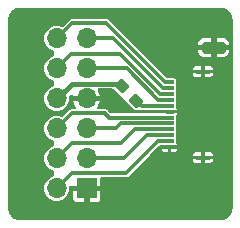
<source format=gbr>
%TF.GenerationSoftware,KiCad,Pcbnew,8.0.6*%
%TF.CreationDate,2024-12-02T22:07:59+01:00*%
%TF.ProjectId,daughter_board,64617567-6874-4657-925f-626f6172642e,rev?*%
%TF.SameCoordinates,Original*%
%TF.FileFunction,Copper,L1,Top*%
%TF.FilePolarity,Positive*%
%FSLAX46Y46*%
G04 Gerber Fmt 4.6, Leading zero omitted, Abs format (unit mm)*
G04 Created by KiCad (PCBNEW 8.0.6) date 2024-12-02 22:07:59*
%MOMM*%
%LPD*%
G01*
G04 APERTURE LIST*
G04 Aperture macros list*
%AMRoundRect*
0 Rectangle with rounded corners*
0 $1 Rounding radius*
0 $2 $3 $4 $5 $6 $7 $8 $9 X,Y pos of 4 corners*
0 Add a 4 corners polygon primitive as box body*
4,1,4,$2,$3,$4,$5,$6,$7,$8,$9,$2,$3,0*
0 Add four circle primitives for the rounded corners*
1,1,$1+$1,$2,$3*
1,1,$1+$1,$4,$5*
1,1,$1+$1,$6,$7*
1,1,$1+$1,$8,$9*
0 Add four rect primitives between the rounded corners*
20,1,$1+$1,$2,$3,$4,$5,0*
20,1,$1+$1,$4,$5,$6,$7,0*
20,1,$1+$1,$6,$7,$8,$9,0*
20,1,$1+$1,$8,$9,$2,$3,0*%
G04 Aperture macros list end*
%TA.AperFunction,SMDPad,CuDef*%
%ADD10RoundRect,0.237500X-0.371231X0.035355X0.035355X-0.371231X0.371231X-0.035355X-0.035355X0.371231X0*%
%TD*%
%TA.AperFunction,SMDPad,CuDef*%
%ADD11RoundRect,0.250000X-0.750000X0.250000X-0.750000X-0.250000X0.750000X-0.250000X0.750000X0.250000X0*%
%TD*%
%TA.AperFunction,SMDPad,CuDef*%
%ADD12R,0.650013X0.300000*%
%TD*%
%TA.AperFunction,SMDPad,CuDef*%
%ADD13R,1.150013X0.300000*%
%TD*%
%TA.AperFunction,ComponentPad*%
%ADD14R,1.700000X1.700000*%
%TD*%
%TA.AperFunction,ComponentPad*%
%ADD15O,1.700000X1.700000*%
%TD*%
%TA.AperFunction,ViaPad*%
%ADD16C,0.700000*%
%TD*%
%TA.AperFunction,Conductor*%
%ADD17C,0.299000*%
%TD*%
%TA.AperFunction,Conductor*%
%ADD18C,0.400000*%
%TD*%
G04 APERTURE END LIST*
D10*
%TO.P,FB1,1*%
%TO.N,+3.3V*%
X167147645Y-54819712D03*
%TO.P,FB1,2*%
%TO.N,+3.3VA*%
X168385081Y-56057148D03*
%TD*%
D11*
%TO.P,REF\u002A\u002A,1*%
%TO.N,GND*%
X174910107Y-51568902D03*
%TD*%
D12*
%TO.P,J1,1,1*%
%TO.N,/SELECT3*%
X171194954Y-54494921D03*
%TO.P,J1,2,2*%
%TO.N,/SELECT2*%
X171194954Y-54995049D03*
%TO.P,J1,3,3*%
%TO.N,/SELECT1*%
X171194954Y-55494921D03*
%TO.P,J1,4,4*%
%TO.N,/SELECT0*%
X171194954Y-55995049D03*
%TO.P,J1,5,5*%
%TO.N,+3.3VA*%
X171194954Y-56494921D03*
%TO.P,J1,6,6*%
%TO.N,GND*%
X171194955Y-56995049D03*
%TO.P,J1,7,7*%
%TO.N,/ADC4*%
X171194955Y-57494921D03*
%TO.P,J1,8,8*%
%TO.N,/ADC3*%
X171194954Y-57995049D03*
%TO.P,J1,9,9*%
%TO.N,/ADC2*%
X171194954Y-58494921D03*
%TO.P,J1,10,10*%
%TO.N,/ADC1*%
X171194954Y-58995049D03*
%TO.P,J1,11,11*%
%TO.N,/ADC0*%
X171194954Y-59494921D03*
%TO.P,J1,12,12*%
%TO.N,GND*%
X171194954Y-59995049D03*
D13*
%TO.P,J1,13,13*%
X174004962Y-60879986D03*
%TO.P,J1,14,14*%
X174004962Y-53609984D03*
%TD*%
D14*
%TO.P,J2,1,Pin_1*%
%TO.N,GND*%
X164167208Y-63499952D03*
D15*
%TO.P,J2,2,Pin_2*%
%TO.N,/ADC0*%
X161627208Y-63499952D03*
%TO.P,J2,3,Pin_3*%
%TO.N,/ADC1*%
X164167208Y-60959952D03*
%TO.P,J2,4,Pin_4*%
%TO.N,/ADC2*%
X161627208Y-60959952D03*
%TO.P,J2,5,Pin_5*%
%TO.N,/ADC3*%
X164167208Y-58419953D03*
%TO.P,J2,6,Pin_6*%
%TO.N,/ADC4*%
X161627208Y-58419952D03*
%TO.P,J2,7,Pin_7*%
%TO.N,GND*%
X164167208Y-55879952D03*
%TO.P,J2,8,Pin_8*%
%TO.N,+3.3V*%
X161627208Y-55879952D03*
%TO.P,J2,9,Pin_9*%
%TO.N,/SELECT0*%
X164167208Y-53339952D03*
%TO.P,J2,10,Pin_10*%
%TO.N,/SELECT1*%
X161627208Y-53339952D03*
%TO.P,J2,11,Pin_11*%
%TO.N,/SELECT2*%
X164167208Y-50799952D03*
%TO.P,J2,12,Pin_12*%
%TO.N,/SELECT3*%
X161627208Y-50799952D03*
%TD*%
D16*
%TO.N,GND*%
X172107201Y-64296282D03*
X165906013Y-55847707D03*
X167029658Y-49448103D03*
X174647201Y-56676282D03*
X160883068Y-62210104D03*
X172342824Y-57001124D03*
X169567201Y-61756282D03*
X167027201Y-56676282D03*
X167027201Y-64296282D03*
X172107201Y-51596282D03*
X172107201Y-54136282D03*
X160920275Y-54619876D03*
X159407201Y-51596282D03*
X160845861Y-52052593D03*
X172109658Y-49448103D03*
X169567201Y-64296282D03*
X159407201Y-54136282D03*
X160845861Y-57149952D03*
X169567201Y-51596282D03*
X159407201Y-61756282D03*
X174647201Y-59216282D03*
X159409658Y-49448103D03*
X160883068Y-59680028D03*
X169569658Y-49448103D03*
X172107201Y-61756282D03*
X159407201Y-59216282D03*
X159407201Y-64296282D03*
X159407201Y-56676282D03*
X162631797Y-64554145D03*
X174647201Y-64296282D03*
X172107201Y-59216282D03*
X174649658Y-49448103D03*
X174647201Y-61756282D03*
%TD*%
D17*
%TO.N,/SELECT1*%
X170402059Y-55494921D02*
X166996938Y-52089800D01*
X171194954Y-55494921D02*
X170402059Y-55494921D01*
X166996938Y-52089800D02*
X162877360Y-52089800D01*
X162877360Y-52089800D02*
X161627208Y-53339952D01*
%TO.N,/ADC2*%
X171194954Y-58494921D02*
X168244537Y-58494921D01*
X162907132Y-59680028D02*
X161627208Y-60959952D01*
X168244537Y-58494921D02*
X167059430Y-59680028D01*
X167059430Y-59680028D02*
X162907132Y-59680028D01*
%TO.N,/SELECT3*%
X162941850Y-49485310D02*
X161627208Y-50799952D01*
X170813443Y-54494921D02*
X165803832Y-49485310D01*
X171194954Y-54494921D02*
X170813443Y-54494921D01*
X165803832Y-49485310D02*
X162941850Y-49485310D01*
%TO.N,/ADC3*%
X166645190Y-58419953D02*
X164167208Y-58419953D01*
X171194954Y-57995049D02*
X167070094Y-57995049D01*
X167070094Y-57995049D02*
X166645190Y-58419953D01*
%TO.N,+3.3VA*%
X171194954Y-56494921D02*
X168822854Y-56494921D01*
X168822854Y-56494921D02*
X168385081Y-56057148D01*
%TO.N,/ADC1*%
X169269896Y-58995049D02*
X167304993Y-60959952D01*
X171194954Y-58995049D02*
X169269896Y-58995049D01*
X167304993Y-60959952D02*
X164167208Y-60959952D01*
%TO.N,/ADC0*%
X170183890Y-59494921D02*
X167468707Y-62210104D01*
X171194954Y-59494921D02*
X170183890Y-59494921D01*
X162917056Y-62210104D02*
X161627208Y-63499952D01*
X167468707Y-62210104D02*
X162917056Y-62210104D01*
%TO.N,/SELECT0*%
X171194954Y-55995049D02*
X170196495Y-55995049D01*
X170196495Y-55995049D02*
X167541398Y-53339952D01*
X167541398Y-53339952D02*
X164167208Y-53339952D01*
%TO.N,/SELECT2*%
X170607879Y-54995049D02*
X166412782Y-50799952D01*
X166412782Y-50799952D02*
X164167208Y-50799952D01*
X171194954Y-54995049D02*
X170607879Y-54995049D01*
%TO.N,/ADC4*%
X165719978Y-57149952D02*
X162897208Y-57149952D01*
X162897208Y-57149952D02*
X161627208Y-58419952D01*
X166064947Y-57494921D02*
X165719978Y-57149952D01*
X171194955Y-57494921D02*
X166064947Y-57494921D01*
D18*
%TO.N,+3.3V*%
X162887284Y-54619876D02*
X166947809Y-54619876D01*
X161627208Y-55879952D02*
X162887284Y-54619876D01*
X166947809Y-54619876D02*
X167147645Y-54819712D01*
%TD*%
%TA.AperFunction,Conductor*%
%TO.N,GND*%
G36*
X175516160Y-48187198D02*
G01*
X175602029Y-48189340D01*
X175623467Y-48191722D01*
X175793404Y-48225523D01*
X175817042Y-48232693D01*
X175975643Y-48298386D01*
X175975658Y-48298392D01*
X175997433Y-48310030D01*
X176140201Y-48405420D01*
X176159281Y-48421079D01*
X176219988Y-48481783D01*
X176280688Y-48542481D01*
X176296357Y-48561573D01*
X176391744Y-48704320D01*
X176403388Y-48726103D01*
X176469093Y-48884715D01*
X176476264Y-48908351D01*
X176510068Y-49078262D01*
X176512452Y-49099757D01*
X176514559Y-49185610D01*
X176514597Y-49188701D01*
X176514597Y-65185754D01*
X176514566Y-65188554D01*
X176512657Y-65274439D01*
X176510267Y-65296218D01*
X176476492Y-65466036D01*
X176469322Y-65489675D01*
X176403605Y-65648332D01*
X176391960Y-65670117D01*
X176296554Y-65812898D01*
X176280883Y-65831993D01*
X176159446Y-65953422D01*
X176140350Y-65969092D01*
X175997562Y-66064491D01*
X175975775Y-66076135D01*
X175817115Y-66141841D01*
X175793476Y-66149010D01*
X175623616Y-66182782D01*
X175601917Y-66185168D01*
X175519274Y-66187052D01*
X175516043Y-66187126D01*
X175513174Y-66187159D01*
X158515999Y-66187159D01*
X158513172Y-66187127D01*
X158508074Y-66187012D01*
X158427306Y-66185199D01*
X158405553Y-66182810D01*
X158281778Y-66158189D01*
X158235724Y-66149028D01*
X158212091Y-66141859D01*
X158147318Y-66115028D01*
X158053439Y-66076140D01*
X158031655Y-66064496D01*
X157914103Y-65985947D01*
X157888870Y-65969086D01*
X157869778Y-65953417D01*
X157748350Y-65831983D01*
X157732686Y-65812896D01*
X157637282Y-65670106D01*
X157625639Y-65648322D01*
X157559926Y-65489665D01*
X157552759Y-65466035D01*
X157518977Y-65296168D01*
X157516591Y-65274484D01*
X157514629Y-65188554D01*
X157514597Y-65185725D01*
X157514597Y-50799948D01*
X160571625Y-50799948D01*
X160571625Y-50799955D01*
X160591906Y-51005879D01*
X160651976Y-51203906D01*
X160690468Y-51275920D01*
X160749523Y-51386402D01*
X160880798Y-51546362D01*
X161040758Y-51677637D01*
X161223254Y-51775184D01*
X161277334Y-51791588D01*
X161336715Y-51830502D01*
X161365631Y-51895343D01*
X161366759Y-51912163D01*
X161366759Y-52227740D01*
X161346757Y-52295861D01*
X161293101Y-52342354D01*
X161277334Y-52348315D01*
X161223259Y-52364718D01*
X161223251Y-52364721D01*
X161040760Y-52462265D01*
X160880798Y-52593542D01*
X160749521Y-52753504D01*
X160651976Y-52935997D01*
X160591906Y-53134024D01*
X160571625Y-53339948D01*
X160571625Y-53339955D01*
X160591906Y-53545879D01*
X160651976Y-53743906D01*
X160697793Y-53829624D01*
X160749523Y-53926402D01*
X160880798Y-54086362D01*
X161040758Y-54217637D01*
X161223254Y-54315184D01*
X161277334Y-54331588D01*
X161336715Y-54370502D01*
X161365631Y-54435343D01*
X161366759Y-54452163D01*
X161366759Y-54767740D01*
X161346757Y-54835861D01*
X161293101Y-54882354D01*
X161277334Y-54888315D01*
X161223259Y-54904718D01*
X161223251Y-54904721D01*
X161040760Y-55002265D01*
X160880798Y-55133542D01*
X160749521Y-55293504D01*
X160651976Y-55475997D01*
X160591906Y-55674024D01*
X160571625Y-55879948D01*
X160571625Y-55879955D01*
X160591906Y-56085879D01*
X160651976Y-56283906D01*
X160722563Y-56415965D01*
X160749523Y-56466402D01*
X160880798Y-56626362D01*
X161040758Y-56757637D01*
X161223254Y-56855184D01*
X161421274Y-56915252D01*
X161421278Y-56915252D01*
X161421280Y-56915253D01*
X161627205Y-56935535D01*
X161627208Y-56935535D01*
X161627211Y-56935535D01*
X161833135Y-56915253D01*
X161833136Y-56915252D01*
X161833142Y-56915252D01*
X162031162Y-56855184D01*
X162213658Y-56757637D01*
X162373618Y-56626362D01*
X162504893Y-56466402D01*
X162602440Y-56283906D01*
X162662508Y-56085886D01*
X162682791Y-55879952D01*
X162677408Y-55825302D01*
X162671254Y-55762815D01*
X162684482Y-55693062D01*
X162733322Y-55641534D01*
X162796647Y-55624465D01*
X162976854Y-55624465D01*
X162995541Y-55629952D01*
X163734196Y-55629952D01*
X163701283Y-55686959D01*
X163667208Y-55814126D01*
X163667208Y-55945778D01*
X163701283Y-56072945D01*
X163734196Y-56129952D01*
X163043737Y-56129952D01*
X163091205Y-56296788D01*
X163091208Y-56296796D01*
X163186125Y-56487415D01*
X163269649Y-56598020D01*
X163294739Y-56664436D01*
X163279939Y-56733873D01*
X163229948Y-56784285D01*
X163169099Y-56799952D01*
X162943286Y-56799952D01*
X162851129Y-56799952D01*
X162844117Y-56801831D01*
X162772322Y-56821067D01*
X162772323Y-56821068D01*
X162762114Y-56823803D01*
X162682304Y-56869881D01*
X162682301Y-56869883D01*
X162649720Y-56902465D01*
X162617138Y-56935047D01*
X162617136Y-56935049D01*
X162362496Y-57189689D01*
X162143108Y-57409077D01*
X162080796Y-57443102D01*
X162017438Y-57440556D01*
X161833135Y-57384650D01*
X161627211Y-57364369D01*
X161627205Y-57364369D01*
X161421280Y-57384650D01*
X161223253Y-57444720D01*
X161040760Y-57542265D01*
X160880798Y-57673542D01*
X160749521Y-57833504D01*
X160651976Y-58015997D01*
X160591906Y-58214024D01*
X160571625Y-58419948D01*
X160571625Y-58419955D01*
X160591906Y-58625879D01*
X160651976Y-58823906D01*
X160740142Y-58988853D01*
X160749523Y-59006402D01*
X160880798Y-59166362D01*
X161040758Y-59297637D01*
X161223254Y-59395184D01*
X161277334Y-59411588D01*
X161336715Y-59450502D01*
X161365631Y-59515343D01*
X161366759Y-59532163D01*
X161366759Y-59847740D01*
X161346757Y-59915861D01*
X161293101Y-59962354D01*
X161277334Y-59968315D01*
X161223259Y-59984718D01*
X161223251Y-59984721D01*
X161040760Y-60082265D01*
X160880798Y-60213542D01*
X160749521Y-60373504D01*
X160651976Y-60555997D01*
X160591906Y-60754024D01*
X160571625Y-60959948D01*
X160571625Y-60959955D01*
X160591906Y-61165879D01*
X160591907Y-61165885D01*
X160591908Y-61165886D01*
X160651976Y-61363906D01*
X160749523Y-61546402D01*
X160880798Y-61706362D01*
X161040758Y-61837637D01*
X161223254Y-61935184D01*
X161277334Y-61951588D01*
X161336715Y-61990502D01*
X161365631Y-62055343D01*
X161366759Y-62072163D01*
X161366759Y-62387740D01*
X161346757Y-62455861D01*
X161293101Y-62502354D01*
X161277334Y-62508315D01*
X161223259Y-62524718D01*
X161223251Y-62524721D01*
X161040760Y-62622265D01*
X160880798Y-62753542D01*
X160749521Y-62913504D01*
X160651976Y-63095997D01*
X160591906Y-63294024D01*
X160571625Y-63499948D01*
X160571625Y-63499955D01*
X160591906Y-63705879D01*
X160591907Y-63705885D01*
X160591908Y-63705886D01*
X160651976Y-63903906D01*
X160749523Y-64086402D01*
X160880798Y-64246362D01*
X161040758Y-64377637D01*
X161223254Y-64475184D01*
X161421274Y-64535252D01*
X161421278Y-64535252D01*
X161421280Y-64535253D01*
X161627205Y-64555535D01*
X161627208Y-64555535D01*
X161627211Y-64555535D01*
X161833135Y-64535253D01*
X161833136Y-64535252D01*
X161833142Y-64535252D01*
X162031162Y-64475184D01*
X162213658Y-64377637D01*
X162373618Y-64246362D01*
X162504893Y-64086402D01*
X162602440Y-63903906D01*
X162662508Y-63705886D01*
X162682791Y-63499952D01*
X162676308Y-63434126D01*
X162671987Y-63390250D01*
X162685216Y-63320496D01*
X162734056Y-63268968D01*
X162797380Y-63251900D01*
X163148252Y-63251900D01*
X163154438Y-63249970D01*
X163156555Y-63249952D01*
X163734196Y-63249952D01*
X163701283Y-63306959D01*
X163667208Y-63434126D01*
X163667208Y-63565778D01*
X163701283Y-63692945D01*
X163734196Y-63749952D01*
X163018208Y-63749952D01*
X163018208Y-64394594D01*
X163021108Y-64419592D01*
X163066261Y-64521854D01*
X163066262Y-64521856D01*
X163145303Y-64600897D01*
X163145305Y-64600898D01*
X163247567Y-64646051D01*
X163247566Y-64646051D01*
X163272565Y-64648951D01*
X163272567Y-64648952D01*
X163917208Y-64648952D01*
X163917208Y-63932964D01*
X163974215Y-63965877D01*
X164101382Y-63999952D01*
X164233034Y-63999952D01*
X164360201Y-63965877D01*
X164417208Y-63932964D01*
X164417208Y-64648952D01*
X165061849Y-64648952D01*
X165061850Y-64648951D01*
X165086848Y-64646051D01*
X165189110Y-64600898D01*
X165189112Y-64600897D01*
X165268153Y-64521856D01*
X165268154Y-64521854D01*
X165313307Y-64419592D01*
X165316207Y-64394594D01*
X165316208Y-64394592D01*
X165316208Y-63749952D01*
X164600220Y-63749952D01*
X164633133Y-63692945D01*
X164667208Y-63565778D01*
X164667208Y-63434126D01*
X164633133Y-63306959D01*
X164600220Y-63249952D01*
X165316208Y-63249952D01*
X165316208Y-62686104D01*
X165336210Y-62617983D01*
X165389866Y-62571490D01*
X165442208Y-62560104D01*
X167514784Y-62560104D01*
X167514786Y-62560104D01*
X167603802Y-62536252D01*
X167623776Y-62524720D01*
X167683612Y-62490174D01*
X167748777Y-62425009D01*
X167759142Y-62414644D01*
X167759148Y-62414635D01*
X169099157Y-61074628D01*
X173130955Y-61074628D01*
X173133855Y-61099626D01*
X173179008Y-61201888D01*
X173179009Y-61201890D01*
X173258050Y-61280931D01*
X173258052Y-61280932D01*
X173360314Y-61326085D01*
X173360313Y-61326085D01*
X173385312Y-61328985D01*
X173385314Y-61328986D01*
X173854962Y-61328986D01*
X174154962Y-61328986D01*
X174624610Y-61328986D01*
X174624611Y-61328985D01*
X174649609Y-61326085D01*
X174751871Y-61280932D01*
X174751873Y-61280931D01*
X174830914Y-61201890D01*
X174830915Y-61201888D01*
X174876068Y-61099626D01*
X174878968Y-61074628D01*
X174878969Y-61074626D01*
X174878969Y-61029986D01*
X174154962Y-61029986D01*
X174154962Y-61328986D01*
X173854962Y-61328986D01*
X173854962Y-61029986D01*
X173130955Y-61029986D01*
X173130955Y-61074628D01*
X169099157Y-61074628D01*
X169488442Y-60685343D01*
X173130955Y-60685343D01*
X173130955Y-60729986D01*
X173854962Y-60729986D01*
X174154962Y-60729986D01*
X174878969Y-60729986D01*
X174878969Y-60685345D01*
X174878968Y-60685343D01*
X174876068Y-60660345D01*
X174830915Y-60558083D01*
X174830914Y-60558081D01*
X174751873Y-60479040D01*
X174751871Y-60479039D01*
X174649609Y-60433886D01*
X174649610Y-60433886D01*
X174624611Y-60430986D01*
X174154962Y-60430986D01*
X174154962Y-60729986D01*
X173854962Y-60729986D01*
X173854962Y-60430986D01*
X173385312Y-60430986D01*
X173360314Y-60433886D01*
X173258052Y-60479039D01*
X173258050Y-60479040D01*
X173179009Y-60558081D01*
X173179008Y-60558083D01*
X173133855Y-60660345D01*
X173130955Y-60685343D01*
X169488442Y-60685343D01*
X169984094Y-60189691D01*
X170570947Y-60189691D01*
X170573847Y-60214689D01*
X170619000Y-60316951D01*
X170619001Y-60316953D01*
X170698042Y-60395994D01*
X170698044Y-60395995D01*
X170800306Y-60441148D01*
X170800305Y-60441148D01*
X170825304Y-60444048D01*
X170825306Y-60444049D01*
X171044954Y-60444049D01*
X171344954Y-60444049D01*
X171564602Y-60444049D01*
X171564603Y-60444048D01*
X171589601Y-60441148D01*
X171691863Y-60395995D01*
X171691865Y-60395994D01*
X171770906Y-60316953D01*
X171770907Y-60316951D01*
X171816060Y-60214689D01*
X171818960Y-60189691D01*
X171818961Y-60189689D01*
X171818961Y-60145049D01*
X171344954Y-60145049D01*
X171344954Y-60444049D01*
X171044954Y-60444049D01*
X171044954Y-60145049D01*
X170570947Y-60145049D01*
X170570947Y-60189691D01*
X169984094Y-60189691D01*
X170291962Y-59881823D01*
X170354272Y-59847800D01*
X170381055Y-59844921D01*
X170518628Y-59844921D01*
X170519064Y-59845049D01*
X170840233Y-59845049D01*
X170847806Y-59845421D01*
X170850199Y-59845421D01*
X171542102Y-59845421D01*
X171549675Y-59845049D01*
X171818961Y-59845049D01*
X171818961Y-59800408D01*
X171818960Y-59800406D01*
X171816060Y-59775408D01*
X171770907Y-59673146D01*
X171770906Y-59673144D01*
X171757366Y-59659604D01*
X171723340Y-59597292D01*
X171720461Y-59570509D01*
X171720461Y-59325174D01*
X171720460Y-59325170D01*
X171714983Y-59297637D01*
X171709400Y-59269565D01*
X171709400Y-59220403D01*
X171716224Y-59186096D01*
X171720461Y-59164797D01*
X171720461Y-58825301D01*
X171709374Y-58769562D01*
X171709374Y-58720407D01*
X171720461Y-58664669D01*
X171720461Y-58325173D01*
X171709400Y-58269565D01*
X171709400Y-58220403D01*
X171710670Y-58214018D01*
X171720461Y-58164797D01*
X171720461Y-57825301D01*
X171709375Y-57769567D01*
X171709375Y-57720407D01*
X171720462Y-57664669D01*
X171720462Y-57419589D01*
X171740464Y-57351468D01*
X171757367Y-57330494D01*
X171770907Y-57316953D01*
X171770908Y-57316951D01*
X171816061Y-57214689D01*
X171818961Y-57189691D01*
X171818962Y-57189689D01*
X171818962Y-57145049D01*
X171552274Y-57145049D01*
X171539920Y-57144442D01*
X171539712Y-57144421D01*
X171539710Y-57144421D01*
X170850200Y-57144421D01*
X170849120Y-57144421D01*
X170838933Y-57144921D01*
X166262112Y-57144921D01*
X166193991Y-57124919D01*
X166173017Y-57108016D01*
X166000048Y-56935047D01*
X165934883Y-56869882D01*
X165855073Y-56823804D01*
X165855072Y-56823803D01*
X165855071Y-56823803D01*
X165844863Y-56821068D01*
X165844863Y-56821067D01*
X165790438Y-56806485D01*
X165766057Y-56799952D01*
X165766056Y-56799952D01*
X165165317Y-56799952D01*
X165097196Y-56779950D01*
X165050703Y-56726294D01*
X165040599Y-56656020D01*
X165064767Y-56598020D01*
X165148290Y-56487415D01*
X165243207Y-56296796D01*
X165243210Y-56296788D01*
X165290679Y-56129952D01*
X164600220Y-56129952D01*
X164633133Y-56072945D01*
X164667208Y-55945778D01*
X164667208Y-55814126D01*
X164633133Y-55686959D01*
X164600220Y-55629952D01*
X165290679Y-55629952D01*
X165290679Y-55629951D01*
X165243210Y-55463115D01*
X165243207Y-55463107D01*
X165148291Y-55272488D01*
X165110396Y-55222307D01*
X165085307Y-55155892D01*
X165100107Y-55086455D01*
X165150098Y-55036043D01*
X165210947Y-55020376D01*
X166340817Y-55020376D01*
X166408938Y-55040378D01*
X166429912Y-55057281D01*
X166910579Y-55537948D01*
X166910595Y-55537963D01*
X166933477Y-55556922D01*
X166933479Y-55556923D01*
X166951645Y-55565671D01*
X166988029Y-55592099D01*
X167263369Y-55879955D01*
X167766364Y-56405813D01*
X167779357Y-56414044D01*
X167778139Y-56415965D01*
X167805516Y-56432884D01*
X167998993Y-56626361D01*
X168148026Y-56775394D01*
X168148031Y-56775399D01*
X168148042Y-56775408D01*
X168170915Y-56794359D01*
X168289875Y-56851647D01*
X168420436Y-56871326D01*
X168550997Y-56851647D01*
X168598561Y-56828740D01*
X168668612Y-56817204D01*
X168685844Y-56820556D01*
X168687759Y-56821069D01*
X168776776Y-56844922D01*
X168876651Y-56844922D01*
X168876667Y-56844921D01*
X170518629Y-56844921D01*
X170519065Y-56845049D01*
X170840233Y-56845049D01*
X170847806Y-56845421D01*
X170850199Y-56845421D01*
X171542102Y-56845421D01*
X171549675Y-56845049D01*
X171818962Y-56845049D01*
X171818962Y-56800408D01*
X171818961Y-56800406D01*
X171816061Y-56775408D01*
X171770908Y-56673146D01*
X171770907Y-56673144D01*
X171757366Y-56659603D01*
X171723340Y-56597291D01*
X171720461Y-56570508D01*
X171720461Y-56325174D01*
X171720460Y-56325170D01*
X171711485Y-56280051D01*
X171709400Y-56269565D01*
X171709400Y-56220403D01*
X171720461Y-56164797D01*
X171720461Y-55825301D01*
X171709374Y-55769562D01*
X171709374Y-55720407D01*
X171720461Y-55664669D01*
X171720461Y-55325173D01*
X171709400Y-55269565D01*
X171709400Y-55220403D01*
X171720461Y-55164797D01*
X171720461Y-54825301D01*
X171709374Y-54769562D01*
X171709374Y-54720407D01*
X171720461Y-54664669D01*
X171720461Y-54325173D01*
X171708828Y-54266690D01*
X171664513Y-54200369D01*
X171598192Y-54156054D01*
X171598189Y-54156053D01*
X171539711Y-54144421D01*
X171539709Y-54144421D01*
X171010108Y-54144421D01*
X170941987Y-54124419D01*
X170921013Y-54107516D01*
X170618123Y-53804626D01*
X173130955Y-53804626D01*
X173133855Y-53829624D01*
X173179008Y-53931886D01*
X173179009Y-53931888D01*
X173258050Y-54010929D01*
X173258052Y-54010930D01*
X173360314Y-54056083D01*
X173360313Y-54056083D01*
X173385312Y-54058983D01*
X173385314Y-54058984D01*
X173854962Y-54058984D01*
X174154962Y-54058984D01*
X174624610Y-54058984D01*
X174624611Y-54058983D01*
X174649609Y-54056083D01*
X174751871Y-54010930D01*
X174751873Y-54010929D01*
X174830914Y-53931888D01*
X174830915Y-53931886D01*
X174876068Y-53829624D01*
X174878968Y-53804626D01*
X174878969Y-53804624D01*
X174878969Y-53759984D01*
X174154962Y-53759984D01*
X174154962Y-54058984D01*
X173854962Y-54058984D01*
X173854962Y-53759984D01*
X173130955Y-53759984D01*
X173130955Y-53804626D01*
X170618123Y-53804626D01*
X170228838Y-53415341D01*
X173130955Y-53415341D01*
X173130955Y-53459984D01*
X173854962Y-53459984D01*
X174154962Y-53459984D01*
X174878969Y-53459984D01*
X174878969Y-53415343D01*
X174878968Y-53415341D01*
X174876068Y-53390343D01*
X174830915Y-53288081D01*
X174830914Y-53288079D01*
X174751873Y-53209038D01*
X174751871Y-53209037D01*
X174649609Y-53163884D01*
X174649610Y-53163884D01*
X174624611Y-53160984D01*
X174154962Y-53160984D01*
X174154962Y-53459984D01*
X173854962Y-53459984D01*
X173854962Y-53160984D01*
X173385312Y-53160984D01*
X173360314Y-53163884D01*
X173258052Y-53209037D01*
X173258050Y-53209038D01*
X173179009Y-53288079D01*
X173179008Y-53288081D01*
X173133855Y-53390343D01*
X173130955Y-53415341D01*
X170228838Y-53415341D01*
X168675379Y-51861883D01*
X173611107Y-51861883D01*
X173621701Y-51950107D01*
X173677067Y-52090502D01*
X173768255Y-52210753D01*
X173888506Y-52301941D01*
X174028901Y-52357307D01*
X174117125Y-52367901D01*
X174117132Y-52367902D01*
X174660107Y-52367902D01*
X175160107Y-52367902D01*
X175703082Y-52367902D01*
X175703088Y-52367901D01*
X175791312Y-52357307D01*
X175931707Y-52301941D01*
X176051958Y-52210753D01*
X176143146Y-52090502D01*
X176198512Y-51950107D01*
X176209106Y-51861883D01*
X176209107Y-51861877D01*
X176209107Y-51818902D01*
X175160107Y-51818902D01*
X175160107Y-52367902D01*
X174660107Y-52367902D01*
X174660107Y-51818902D01*
X173611107Y-51818902D01*
X173611107Y-51861883D01*
X168675379Y-51861883D01*
X168089416Y-51275920D01*
X173611107Y-51275920D01*
X173611107Y-51318902D01*
X174660107Y-51318902D01*
X175160107Y-51318902D01*
X176209107Y-51318902D01*
X176209107Y-51275927D01*
X176209106Y-51275920D01*
X176198512Y-51187696D01*
X176143146Y-51047301D01*
X176051958Y-50927050D01*
X175931707Y-50835862D01*
X175791312Y-50780496D01*
X175703088Y-50769902D01*
X175160107Y-50769902D01*
X175160107Y-51318902D01*
X174660107Y-51318902D01*
X174660107Y-50769902D01*
X174117125Y-50769902D01*
X174028901Y-50780496D01*
X173888506Y-50835862D01*
X173768255Y-50927050D01*
X173677067Y-51047301D01*
X173621701Y-51187696D01*
X173611107Y-51275920D01*
X168089416Y-51275920D01*
X166091090Y-49277594D01*
X166091078Y-49277580D01*
X166018743Y-49205245D01*
X166018733Y-49205237D01*
X165938932Y-49159164D01*
X165938929Y-49159163D01*
X165938927Y-49159162D01*
X165849911Y-49135310D01*
X165849910Y-49135310D01*
X162987929Y-49135310D01*
X162895772Y-49135310D01*
X162841290Y-49149908D01*
X162806750Y-49159163D01*
X162726948Y-49205237D01*
X162726942Y-49205242D01*
X162143106Y-49789077D01*
X162080794Y-49823102D01*
X162017436Y-49820556D01*
X161833135Y-49764650D01*
X161627211Y-49744369D01*
X161627205Y-49744369D01*
X161421280Y-49764650D01*
X161223253Y-49824720D01*
X161040760Y-49922265D01*
X160880798Y-50053542D01*
X160749521Y-50213504D01*
X160651976Y-50395997D01*
X160591906Y-50594024D01*
X160571625Y-50799948D01*
X157514597Y-50799948D01*
X157514597Y-49188740D01*
X157514637Y-49185571D01*
X157514700Y-49183051D01*
X157516798Y-49099706D01*
X157519177Y-49078315D01*
X157552989Y-48908350D01*
X157560156Y-48884727D01*
X157625859Y-48726109D01*
X157637495Y-48704337D01*
X157732886Y-48561570D01*
X157748541Y-48542494D01*
X157869948Y-48421079D01*
X157889022Y-48405425D01*
X158031781Y-48310025D01*
X158053546Y-48298390D01*
X158212174Y-48232672D01*
X158235792Y-48225506D01*
X158405705Y-48191694D01*
X158427195Y-48189309D01*
X158513052Y-48187196D01*
X158516151Y-48187159D01*
X175513018Y-48187159D01*
X175516160Y-48187198D01*
G37*
%TD.AperFunction*%
%TD*%
M02*

</source>
